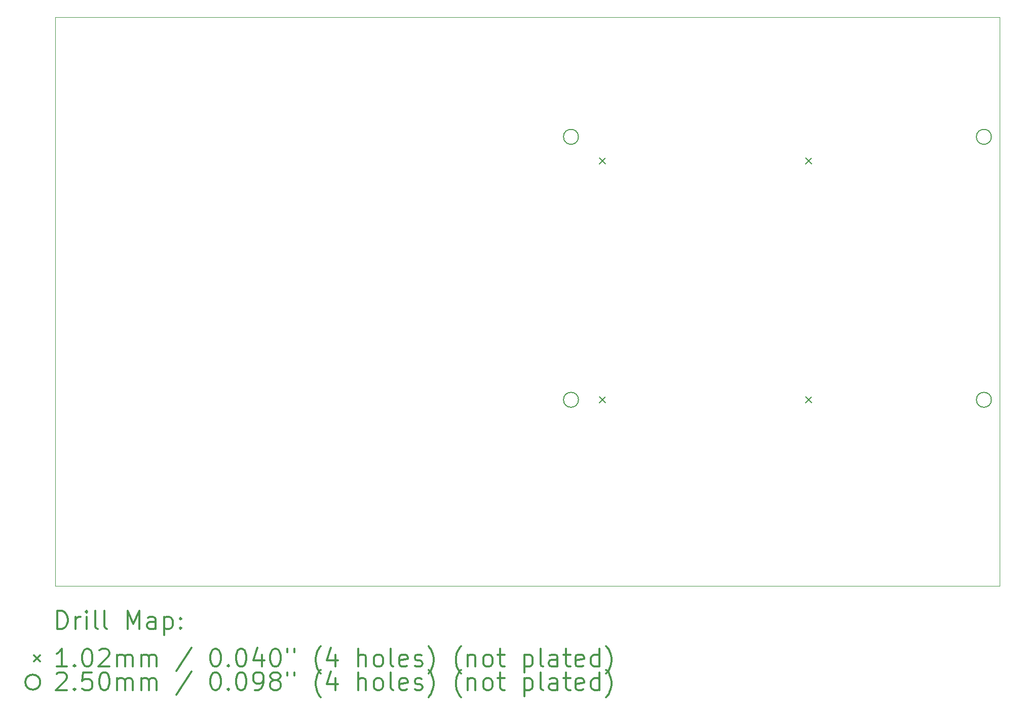
<source format=gbr>
%FSLAX45Y45*%
G04 Gerber Fmt 4.5, Leading zero omitted, Abs format (unit mm)*
G04 Created by KiCad (PCBNEW (5.1.9-0-10_14)) date 2021-07-02 21:37:09*
%MOMM*%
%LPD*%
G01*
G04 APERTURE LIST*
%TA.AperFunction,Profile*%
%ADD10C,0.050000*%
%TD*%
%ADD11C,0.200000*%
%ADD12C,0.300000*%
G04 APERTURE END LIST*
D10*
X0Y0D02*
X15780000Y0D01*
X15780000Y0D02*
X15780000Y9520000D01*
X15780000Y9520000D02*
X0Y9520000D01*
X0Y9520000D02*
X0Y0D01*
D11*
X9093790Y7165710D02*
X9195390Y7064110D01*
X9195390Y7165710D02*
X9093790Y7064110D01*
X9093790Y3165710D02*
X9195390Y3064110D01*
X9195390Y3165710D02*
X9093790Y3064110D01*
X12541590Y7165710D02*
X12643190Y7064110D01*
X12643190Y7165710D02*
X12541590Y7064110D01*
X12541590Y3165710D02*
X12643190Y3064110D01*
X12643190Y3165710D02*
X12541590Y3064110D01*
X8743490Y7518110D02*
G75*
G03*
X8743490Y7518110I-125000J0D01*
G01*
X8743490Y3118110D02*
G75*
G03*
X8743490Y3118110I-125000J0D01*
G01*
X15643490Y7518110D02*
G75*
G03*
X15643490Y7518110I-125000J0D01*
G01*
X15643490Y3118110D02*
G75*
G03*
X15643490Y3118110I-125000J0D01*
G01*
D12*
X36429Y-715714D02*
X36429Y-415714D01*
X107857Y-415714D01*
X150714Y-430000D01*
X179286Y-458571D01*
X193571Y-487143D01*
X207857Y-544286D01*
X207857Y-587143D01*
X193571Y-644286D01*
X179286Y-672857D01*
X150714Y-701428D01*
X107857Y-715714D01*
X36429Y-715714D01*
X336429Y-715714D02*
X336429Y-515714D01*
X336429Y-572857D02*
X350714Y-544286D01*
X365000Y-530000D01*
X393571Y-515714D01*
X422143Y-515714D01*
X522143Y-715714D02*
X522143Y-515714D01*
X522143Y-415714D02*
X507857Y-430000D01*
X522143Y-444286D01*
X536429Y-430000D01*
X522143Y-415714D01*
X522143Y-444286D01*
X707857Y-715714D02*
X679286Y-701428D01*
X665000Y-672857D01*
X665000Y-415714D01*
X865000Y-715714D02*
X836428Y-701428D01*
X822143Y-672857D01*
X822143Y-415714D01*
X1207857Y-715714D02*
X1207857Y-415714D01*
X1307857Y-630000D01*
X1407857Y-415714D01*
X1407857Y-715714D01*
X1679286Y-715714D02*
X1679286Y-558571D01*
X1665000Y-530000D01*
X1636428Y-515714D01*
X1579286Y-515714D01*
X1550714Y-530000D01*
X1679286Y-701428D02*
X1650714Y-715714D01*
X1579286Y-715714D01*
X1550714Y-701428D01*
X1536428Y-672857D01*
X1536428Y-644286D01*
X1550714Y-615714D01*
X1579286Y-601429D01*
X1650714Y-601429D01*
X1679286Y-587143D01*
X1822143Y-515714D02*
X1822143Y-815714D01*
X1822143Y-530000D02*
X1850714Y-515714D01*
X1907857Y-515714D01*
X1936428Y-530000D01*
X1950714Y-544286D01*
X1965000Y-572857D01*
X1965000Y-658571D01*
X1950714Y-687143D01*
X1936428Y-701428D01*
X1907857Y-715714D01*
X1850714Y-715714D01*
X1822143Y-701428D01*
X2093571Y-687143D02*
X2107857Y-701428D01*
X2093571Y-715714D01*
X2079286Y-701428D01*
X2093571Y-687143D01*
X2093571Y-715714D01*
X2093571Y-530000D02*
X2107857Y-544286D01*
X2093571Y-558571D01*
X2079286Y-544286D01*
X2093571Y-530000D01*
X2093571Y-558571D01*
X-351600Y-1159200D02*
X-250000Y-1260800D01*
X-250000Y-1159200D02*
X-351600Y-1260800D01*
X193571Y-1345714D02*
X22143Y-1345714D01*
X107857Y-1345714D02*
X107857Y-1045714D01*
X79286Y-1088571D01*
X50714Y-1117143D01*
X22143Y-1131429D01*
X322143Y-1317143D02*
X336429Y-1331429D01*
X322143Y-1345714D01*
X307857Y-1331429D01*
X322143Y-1317143D01*
X322143Y-1345714D01*
X522143Y-1045714D02*
X550714Y-1045714D01*
X579286Y-1060000D01*
X593571Y-1074286D01*
X607857Y-1102857D01*
X622143Y-1160000D01*
X622143Y-1231429D01*
X607857Y-1288571D01*
X593571Y-1317143D01*
X579286Y-1331429D01*
X550714Y-1345714D01*
X522143Y-1345714D01*
X493571Y-1331429D01*
X479286Y-1317143D01*
X465000Y-1288571D01*
X450714Y-1231429D01*
X450714Y-1160000D01*
X465000Y-1102857D01*
X479286Y-1074286D01*
X493571Y-1060000D01*
X522143Y-1045714D01*
X736428Y-1074286D02*
X750714Y-1060000D01*
X779286Y-1045714D01*
X850714Y-1045714D01*
X879286Y-1060000D01*
X893571Y-1074286D01*
X907857Y-1102857D01*
X907857Y-1131429D01*
X893571Y-1174286D01*
X722143Y-1345714D01*
X907857Y-1345714D01*
X1036428Y-1345714D02*
X1036428Y-1145714D01*
X1036428Y-1174286D02*
X1050714Y-1160000D01*
X1079286Y-1145714D01*
X1122143Y-1145714D01*
X1150714Y-1160000D01*
X1165000Y-1188571D01*
X1165000Y-1345714D01*
X1165000Y-1188571D02*
X1179286Y-1160000D01*
X1207857Y-1145714D01*
X1250714Y-1145714D01*
X1279286Y-1160000D01*
X1293571Y-1188571D01*
X1293571Y-1345714D01*
X1436428Y-1345714D02*
X1436428Y-1145714D01*
X1436428Y-1174286D02*
X1450714Y-1160000D01*
X1479286Y-1145714D01*
X1522143Y-1145714D01*
X1550714Y-1160000D01*
X1565000Y-1188571D01*
X1565000Y-1345714D01*
X1565000Y-1188571D02*
X1579286Y-1160000D01*
X1607857Y-1145714D01*
X1650714Y-1145714D01*
X1679286Y-1160000D01*
X1693571Y-1188571D01*
X1693571Y-1345714D01*
X2279286Y-1031428D02*
X2022143Y-1417143D01*
X2665000Y-1045714D02*
X2693571Y-1045714D01*
X2722143Y-1060000D01*
X2736429Y-1074286D01*
X2750714Y-1102857D01*
X2765000Y-1160000D01*
X2765000Y-1231429D01*
X2750714Y-1288571D01*
X2736429Y-1317143D01*
X2722143Y-1331429D01*
X2693571Y-1345714D01*
X2665000Y-1345714D01*
X2636429Y-1331429D01*
X2622143Y-1317143D01*
X2607857Y-1288571D01*
X2593571Y-1231429D01*
X2593571Y-1160000D01*
X2607857Y-1102857D01*
X2622143Y-1074286D01*
X2636429Y-1060000D01*
X2665000Y-1045714D01*
X2893571Y-1317143D02*
X2907857Y-1331429D01*
X2893571Y-1345714D01*
X2879286Y-1331429D01*
X2893571Y-1317143D01*
X2893571Y-1345714D01*
X3093571Y-1045714D02*
X3122143Y-1045714D01*
X3150714Y-1060000D01*
X3165000Y-1074286D01*
X3179286Y-1102857D01*
X3193571Y-1160000D01*
X3193571Y-1231429D01*
X3179286Y-1288571D01*
X3165000Y-1317143D01*
X3150714Y-1331429D01*
X3122143Y-1345714D01*
X3093571Y-1345714D01*
X3065000Y-1331429D01*
X3050714Y-1317143D01*
X3036428Y-1288571D01*
X3022143Y-1231429D01*
X3022143Y-1160000D01*
X3036428Y-1102857D01*
X3050714Y-1074286D01*
X3065000Y-1060000D01*
X3093571Y-1045714D01*
X3450714Y-1145714D02*
X3450714Y-1345714D01*
X3379286Y-1031428D02*
X3307857Y-1245714D01*
X3493571Y-1245714D01*
X3665000Y-1045714D02*
X3693571Y-1045714D01*
X3722143Y-1060000D01*
X3736428Y-1074286D01*
X3750714Y-1102857D01*
X3765000Y-1160000D01*
X3765000Y-1231429D01*
X3750714Y-1288571D01*
X3736428Y-1317143D01*
X3722143Y-1331429D01*
X3693571Y-1345714D01*
X3665000Y-1345714D01*
X3636428Y-1331429D01*
X3622143Y-1317143D01*
X3607857Y-1288571D01*
X3593571Y-1231429D01*
X3593571Y-1160000D01*
X3607857Y-1102857D01*
X3622143Y-1074286D01*
X3636428Y-1060000D01*
X3665000Y-1045714D01*
X3879286Y-1045714D02*
X3879286Y-1102857D01*
X3993571Y-1045714D02*
X3993571Y-1102857D01*
X4436429Y-1460000D02*
X4422143Y-1445714D01*
X4393571Y-1402857D01*
X4379286Y-1374286D01*
X4365000Y-1331429D01*
X4350714Y-1260000D01*
X4350714Y-1202857D01*
X4365000Y-1131429D01*
X4379286Y-1088571D01*
X4393571Y-1060000D01*
X4422143Y-1017143D01*
X4436429Y-1002857D01*
X4679286Y-1145714D02*
X4679286Y-1345714D01*
X4607857Y-1031428D02*
X4536429Y-1245714D01*
X4722143Y-1245714D01*
X5065000Y-1345714D02*
X5065000Y-1045714D01*
X5193571Y-1345714D02*
X5193571Y-1188571D01*
X5179286Y-1160000D01*
X5150714Y-1145714D01*
X5107857Y-1145714D01*
X5079286Y-1160000D01*
X5065000Y-1174286D01*
X5379286Y-1345714D02*
X5350714Y-1331429D01*
X5336429Y-1317143D01*
X5322143Y-1288571D01*
X5322143Y-1202857D01*
X5336429Y-1174286D01*
X5350714Y-1160000D01*
X5379286Y-1145714D01*
X5422143Y-1145714D01*
X5450714Y-1160000D01*
X5465000Y-1174286D01*
X5479286Y-1202857D01*
X5479286Y-1288571D01*
X5465000Y-1317143D01*
X5450714Y-1331429D01*
X5422143Y-1345714D01*
X5379286Y-1345714D01*
X5650714Y-1345714D02*
X5622143Y-1331429D01*
X5607857Y-1302857D01*
X5607857Y-1045714D01*
X5879286Y-1331429D02*
X5850714Y-1345714D01*
X5793571Y-1345714D01*
X5765000Y-1331429D01*
X5750714Y-1302857D01*
X5750714Y-1188571D01*
X5765000Y-1160000D01*
X5793571Y-1145714D01*
X5850714Y-1145714D01*
X5879286Y-1160000D01*
X5893571Y-1188571D01*
X5893571Y-1217143D01*
X5750714Y-1245714D01*
X6007857Y-1331429D02*
X6036428Y-1345714D01*
X6093571Y-1345714D01*
X6122143Y-1331429D01*
X6136428Y-1302857D01*
X6136428Y-1288571D01*
X6122143Y-1260000D01*
X6093571Y-1245714D01*
X6050714Y-1245714D01*
X6022143Y-1231429D01*
X6007857Y-1202857D01*
X6007857Y-1188571D01*
X6022143Y-1160000D01*
X6050714Y-1145714D01*
X6093571Y-1145714D01*
X6122143Y-1160000D01*
X6236428Y-1460000D02*
X6250714Y-1445714D01*
X6279286Y-1402857D01*
X6293571Y-1374286D01*
X6307857Y-1331429D01*
X6322143Y-1260000D01*
X6322143Y-1202857D01*
X6307857Y-1131429D01*
X6293571Y-1088571D01*
X6279286Y-1060000D01*
X6250714Y-1017143D01*
X6236428Y-1002857D01*
X6779286Y-1460000D02*
X6765000Y-1445714D01*
X6736428Y-1402857D01*
X6722143Y-1374286D01*
X6707857Y-1331429D01*
X6693571Y-1260000D01*
X6693571Y-1202857D01*
X6707857Y-1131429D01*
X6722143Y-1088571D01*
X6736428Y-1060000D01*
X6765000Y-1017143D01*
X6779286Y-1002857D01*
X6893571Y-1145714D02*
X6893571Y-1345714D01*
X6893571Y-1174286D02*
X6907857Y-1160000D01*
X6936428Y-1145714D01*
X6979286Y-1145714D01*
X7007857Y-1160000D01*
X7022143Y-1188571D01*
X7022143Y-1345714D01*
X7207857Y-1345714D02*
X7179286Y-1331429D01*
X7165000Y-1317143D01*
X7150714Y-1288571D01*
X7150714Y-1202857D01*
X7165000Y-1174286D01*
X7179286Y-1160000D01*
X7207857Y-1145714D01*
X7250714Y-1145714D01*
X7279286Y-1160000D01*
X7293571Y-1174286D01*
X7307857Y-1202857D01*
X7307857Y-1288571D01*
X7293571Y-1317143D01*
X7279286Y-1331429D01*
X7250714Y-1345714D01*
X7207857Y-1345714D01*
X7393571Y-1145714D02*
X7507857Y-1145714D01*
X7436428Y-1045714D02*
X7436428Y-1302857D01*
X7450714Y-1331429D01*
X7479286Y-1345714D01*
X7507857Y-1345714D01*
X7836428Y-1145714D02*
X7836428Y-1445714D01*
X7836428Y-1160000D02*
X7865000Y-1145714D01*
X7922143Y-1145714D01*
X7950714Y-1160000D01*
X7965000Y-1174286D01*
X7979286Y-1202857D01*
X7979286Y-1288571D01*
X7965000Y-1317143D01*
X7950714Y-1331429D01*
X7922143Y-1345714D01*
X7865000Y-1345714D01*
X7836428Y-1331429D01*
X8150714Y-1345714D02*
X8122143Y-1331429D01*
X8107857Y-1302857D01*
X8107857Y-1045714D01*
X8393571Y-1345714D02*
X8393571Y-1188571D01*
X8379286Y-1160000D01*
X8350714Y-1145714D01*
X8293571Y-1145714D01*
X8265000Y-1160000D01*
X8393571Y-1331429D02*
X8365000Y-1345714D01*
X8293571Y-1345714D01*
X8265000Y-1331429D01*
X8250714Y-1302857D01*
X8250714Y-1274286D01*
X8265000Y-1245714D01*
X8293571Y-1231429D01*
X8365000Y-1231429D01*
X8393571Y-1217143D01*
X8493571Y-1145714D02*
X8607857Y-1145714D01*
X8536429Y-1045714D02*
X8536429Y-1302857D01*
X8550714Y-1331429D01*
X8579286Y-1345714D01*
X8607857Y-1345714D01*
X8822143Y-1331429D02*
X8793571Y-1345714D01*
X8736429Y-1345714D01*
X8707857Y-1331429D01*
X8693571Y-1302857D01*
X8693571Y-1188571D01*
X8707857Y-1160000D01*
X8736429Y-1145714D01*
X8793571Y-1145714D01*
X8822143Y-1160000D01*
X8836429Y-1188571D01*
X8836429Y-1217143D01*
X8693571Y-1245714D01*
X9093571Y-1345714D02*
X9093571Y-1045714D01*
X9093571Y-1331429D02*
X9065000Y-1345714D01*
X9007857Y-1345714D01*
X8979286Y-1331429D01*
X8965000Y-1317143D01*
X8950714Y-1288571D01*
X8950714Y-1202857D01*
X8965000Y-1174286D01*
X8979286Y-1160000D01*
X9007857Y-1145714D01*
X9065000Y-1145714D01*
X9093571Y-1160000D01*
X9207857Y-1460000D02*
X9222143Y-1445714D01*
X9250714Y-1402857D01*
X9265000Y-1374286D01*
X9279286Y-1331429D01*
X9293571Y-1260000D01*
X9293571Y-1202857D01*
X9279286Y-1131429D01*
X9265000Y-1088571D01*
X9250714Y-1060000D01*
X9222143Y-1017143D01*
X9207857Y-1002857D01*
X-250000Y-1606000D02*
G75*
G03*
X-250000Y-1606000I-125000J0D01*
G01*
X22143Y-1470286D02*
X36429Y-1456000D01*
X65000Y-1441714D01*
X136429Y-1441714D01*
X165000Y-1456000D01*
X179286Y-1470286D01*
X193571Y-1498857D01*
X193571Y-1527428D01*
X179286Y-1570286D01*
X7857Y-1741714D01*
X193571Y-1741714D01*
X322143Y-1713143D02*
X336429Y-1727428D01*
X322143Y-1741714D01*
X307857Y-1727428D01*
X322143Y-1713143D01*
X322143Y-1741714D01*
X607857Y-1441714D02*
X465000Y-1441714D01*
X450714Y-1584571D01*
X465000Y-1570286D01*
X493571Y-1556000D01*
X565000Y-1556000D01*
X593571Y-1570286D01*
X607857Y-1584571D01*
X622143Y-1613143D01*
X622143Y-1684571D01*
X607857Y-1713143D01*
X593571Y-1727428D01*
X565000Y-1741714D01*
X493571Y-1741714D01*
X465000Y-1727428D01*
X450714Y-1713143D01*
X807857Y-1441714D02*
X836428Y-1441714D01*
X865000Y-1456000D01*
X879286Y-1470286D01*
X893571Y-1498857D01*
X907857Y-1556000D01*
X907857Y-1627428D01*
X893571Y-1684571D01*
X879286Y-1713143D01*
X865000Y-1727428D01*
X836428Y-1741714D01*
X807857Y-1741714D01*
X779286Y-1727428D01*
X765000Y-1713143D01*
X750714Y-1684571D01*
X736428Y-1627428D01*
X736428Y-1556000D01*
X750714Y-1498857D01*
X765000Y-1470286D01*
X779286Y-1456000D01*
X807857Y-1441714D01*
X1036428Y-1741714D02*
X1036428Y-1541714D01*
X1036428Y-1570286D02*
X1050714Y-1556000D01*
X1079286Y-1541714D01*
X1122143Y-1541714D01*
X1150714Y-1556000D01*
X1165000Y-1584571D01*
X1165000Y-1741714D01*
X1165000Y-1584571D02*
X1179286Y-1556000D01*
X1207857Y-1541714D01*
X1250714Y-1541714D01*
X1279286Y-1556000D01*
X1293571Y-1584571D01*
X1293571Y-1741714D01*
X1436428Y-1741714D02*
X1436428Y-1541714D01*
X1436428Y-1570286D02*
X1450714Y-1556000D01*
X1479286Y-1541714D01*
X1522143Y-1541714D01*
X1550714Y-1556000D01*
X1565000Y-1584571D01*
X1565000Y-1741714D01*
X1565000Y-1584571D02*
X1579286Y-1556000D01*
X1607857Y-1541714D01*
X1650714Y-1541714D01*
X1679286Y-1556000D01*
X1693571Y-1584571D01*
X1693571Y-1741714D01*
X2279286Y-1427428D02*
X2022143Y-1813143D01*
X2665000Y-1441714D02*
X2693571Y-1441714D01*
X2722143Y-1456000D01*
X2736429Y-1470286D01*
X2750714Y-1498857D01*
X2765000Y-1556000D01*
X2765000Y-1627428D01*
X2750714Y-1684571D01*
X2736429Y-1713143D01*
X2722143Y-1727428D01*
X2693571Y-1741714D01*
X2665000Y-1741714D01*
X2636429Y-1727428D01*
X2622143Y-1713143D01*
X2607857Y-1684571D01*
X2593571Y-1627428D01*
X2593571Y-1556000D01*
X2607857Y-1498857D01*
X2622143Y-1470286D01*
X2636429Y-1456000D01*
X2665000Y-1441714D01*
X2893571Y-1713143D02*
X2907857Y-1727428D01*
X2893571Y-1741714D01*
X2879286Y-1727428D01*
X2893571Y-1713143D01*
X2893571Y-1741714D01*
X3093571Y-1441714D02*
X3122143Y-1441714D01*
X3150714Y-1456000D01*
X3165000Y-1470286D01*
X3179286Y-1498857D01*
X3193571Y-1556000D01*
X3193571Y-1627428D01*
X3179286Y-1684571D01*
X3165000Y-1713143D01*
X3150714Y-1727428D01*
X3122143Y-1741714D01*
X3093571Y-1741714D01*
X3065000Y-1727428D01*
X3050714Y-1713143D01*
X3036428Y-1684571D01*
X3022143Y-1627428D01*
X3022143Y-1556000D01*
X3036428Y-1498857D01*
X3050714Y-1470286D01*
X3065000Y-1456000D01*
X3093571Y-1441714D01*
X3336428Y-1741714D02*
X3393571Y-1741714D01*
X3422143Y-1727428D01*
X3436428Y-1713143D01*
X3465000Y-1670286D01*
X3479286Y-1613143D01*
X3479286Y-1498857D01*
X3465000Y-1470286D01*
X3450714Y-1456000D01*
X3422143Y-1441714D01*
X3365000Y-1441714D01*
X3336428Y-1456000D01*
X3322143Y-1470286D01*
X3307857Y-1498857D01*
X3307857Y-1570286D01*
X3322143Y-1598857D01*
X3336428Y-1613143D01*
X3365000Y-1627428D01*
X3422143Y-1627428D01*
X3450714Y-1613143D01*
X3465000Y-1598857D01*
X3479286Y-1570286D01*
X3650714Y-1570286D02*
X3622143Y-1556000D01*
X3607857Y-1541714D01*
X3593571Y-1513143D01*
X3593571Y-1498857D01*
X3607857Y-1470286D01*
X3622143Y-1456000D01*
X3650714Y-1441714D01*
X3707857Y-1441714D01*
X3736428Y-1456000D01*
X3750714Y-1470286D01*
X3765000Y-1498857D01*
X3765000Y-1513143D01*
X3750714Y-1541714D01*
X3736428Y-1556000D01*
X3707857Y-1570286D01*
X3650714Y-1570286D01*
X3622143Y-1584571D01*
X3607857Y-1598857D01*
X3593571Y-1627428D01*
X3593571Y-1684571D01*
X3607857Y-1713143D01*
X3622143Y-1727428D01*
X3650714Y-1741714D01*
X3707857Y-1741714D01*
X3736428Y-1727428D01*
X3750714Y-1713143D01*
X3765000Y-1684571D01*
X3765000Y-1627428D01*
X3750714Y-1598857D01*
X3736428Y-1584571D01*
X3707857Y-1570286D01*
X3879286Y-1441714D02*
X3879286Y-1498857D01*
X3993571Y-1441714D02*
X3993571Y-1498857D01*
X4436429Y-1856000D02*
X4422143Y-1841714D01*
X4393571Y-1798857D01*
X4379286Y-1770286D01*
X4365000Y-1727428D01*
X4350714Y-1656000D01*
X4350714Y-1598857D01*
X4365000Y-1527428D01*
X4379286Y-1484571D01*
X4393571Y-1456000D01*
X4422143Y-1413143D01*
X4436429Y-1398857D01*
X4679286Y-1541714D02*
X4679286Y-1741714D01*
X4607857Y-1427428D02*
X4536429Y-1641714D01*
X4722143Y-1641714D01*
X5065000Y-1741714D02*
X5065000Y-1441714D01*
X5193571Y-1741714D02*
X5193571Y-1584571D01*
X5179286Y-1556000D01*
X5150714Y-1541714D01*
X5107857Y-1541714D01*
X5079286Y-1556000D01*
X5065000Y-1570286D01*
X5379286Y-1741714D02*
X5350714Y-1727428D01*
X5336429Y-1713143D01*
X5322143Y-1684571D01*
X5322143Y-1598857D01*
X5336429Y-1570286D01*
X5350714Y-1556000D01*
X5379286Y-1541714D01*
X5422143Y-1541714D01*
X5450714Y-1556000D01*
X5465000Y-1570286D01*
X5479286Y-1598857D01*
X5479286Y-1684571D01*
X5465000Y-1713143D01*
X5450714Y-1727428D01*
X5422143Y-1741714D01*
X5379286Y-1741714D01*
X5650714Y-1741714D02*
X5622143Y-1727428D01*
X5607857Y-1698857D01*
X5607857Y-1441714D01*
X5879286Y-1727428D02*
X5850714Y-1741714D01*
X5793571Y-1741714D01*
X5765000Y-1727428D01*
X5750714Y-1698857D01*
X5750714Y-1584571D01*
X5765000Y-1556000D01*
X5793571Y-1541714D01*
X5850714Y-1541714D01*
X5879286Y-1556000D01*
X5893571Y-1584571D01*
X5893571Y-1613143D01*
X5750714Y-1641714D01*
X6007857Y-1727428D02*
X6036428Y-1741714D01*
X6093571Y-1741714D01*
X6122143Y-1727428D01*
X6136428Y-1698857D01*
X6136428Y-1684571D01*
X6122143Y-1656000D01*
X6093571Y-1641714D01*
X6050714Y-1641714D01*
X6022143Y-1627428D01*
X6007857Y-1598857D01*
X6007857Y-1584571D01*
X6022143Y-1556000D01*
X6050714Y-1541714D01*
X6093571Y-1541714D01*
X6122143Y-1556000D01*
X6236428Y-1856000D02*
X6250714Y-1841714D01*
X6279286Y-1798857D01*
X6293571Y-1770286D01*
X6307857Y-1727428D01*
X6322143Y-1656000D01*
X6322143Y-1598857D01*
X6307857Y-1527428D01*
X6293571Y-1484571D01*
X6279286Y-1456000D01*
X6250714Y-1413143D01*
X6236428Y-1398857D01*
X6779286Y-1856000D02*
X6765000Y-1841714D01*
X6736428Y-1798857D01*
X6722143Y-1770286D01*
X6707857Y-1727428D01*
X6693571Y-1656000D01*
X6693571Y-1598857D01*
X6707857Y-1527428D01*
X6722143Y-1484571D01*
X6736428Y-1456000D01*
X6765000Y-1413143D01*
X6779286Y-1398857D01*
X6893571Y-1541714D02*
X6893571Y-1741714D01*
X6893571Y-1570286D02*
X6907857Y-1556000D01*
X6936428Y-1541714D01*
X6979286Y-1541714D01*
X7007857Y-1556000D01*
X7022143Y-1584571D01*
X7022143Y-1741714D01*
X7207857Y-1741714D02*
X7179286Y-1727428D01*
X7165000Y-1713143D01*
X7150714Y-1684571D01*
X7150714Y-1598857D01*
X7165000Y-1570286D01*
X7179286Y-1556000D01*
X7207857Y-1541714D01*
X7250714Y-1541714D01*
X7279286Y-1556000D01*
X7293571Y-1570286D01*
X7307857Y-1598857D01*
X7307857Y-1684571D01*
X7293571Y-1713143D01*
X7279286Y-1727428D01*
X7250714Y-1741714D01*
X7207857Y-1741714D01*
X7393571Y-1541714D02*
X7507857Y-1541714D01*
X7436428Y-1441714D02*
X7436428Y-1698857D01*
X7450714Y-1727428D01*
X7479286Y-1741714D01*
X7507857Y-1741714D01*
X7836428Y-1541714D02*
X7836428Y-1841714D01*
X7836428Y-1556000D02*
X7865000Y-1541714D01*
X7922143Y-1541714D01*
X7950714Y-1556000D01*
X7965000Y-1570286D01*
X7979286Y-1598857D01*
X7979286Y-1684571D01*
X7965000Y-1713143D01*
X7950714Y-1727428D01*
X7922143Y-1741714D01*
X7865000Y-1741714D01*
X7836428Y-1727428D01*
X8150714Y-1741714D02*
X8122143Y-1727428D01*
X8107857Y-1698857D01*
X8107857Y-1441714D01*
X8393571Y-1741714D02*
X8393571Y-1584571D01*
X8379286Y-1556000D01*
X8350714Y-1541714D01*
X8293571Y-1541714D01*
X8265000Y-1556000D01*
X8393571Y-1727428D02*
X8365000Y-1741714D01*
X8293571Y-1741714D01*
X8265000Y-1727428D01*
X8250714Y-1698857D01*
X8250714Y-1670286D01*
X8265000Y-1641714D01*
X8293571Y-1627428D01*
X8365000Y-1627428D01*
X8393571Y-1613143D01*
X8493571Y-1541714D02*
X8607857Y-1541714D01*
X8536429Y-1441714D02*
X8536429Y-1698857D01*
X8550714Y-1727428D01*
X8579286Y-1741714D01*
X8607857Y-1741714D01*
X8822143Y-1727428D02*
X8793571Y-1741714D01*
X8736429Y-1741714D01*
X8707857Y-1727428D01*
X8693571Y-1698857D01*
X8693571Y-1584571D01*
X8707857Y-1556000D01*
X8736429Y-1541714D01*
X8793571Y-1541714D01*
X8822143Y-1556000D01*
X8836429Y-1584571D01*
X8836429Y-1613143D01*
X8693571Y-1641714D01*
X9093571Y-1741714D02*
X9093571Y-1441714D01*
X9093571Y-1727428D02*
X9065000Y-1741714D01*
X9007857Y-1741714D01*
X8979286Y-1727428D01*
X8965000Y-1713143D01*
X8950714Y-1684571D01*
X8950714Y-1598857D01*
X8965000Y-1570286D01*
X8979286Y-1556000D01*
X9007857Y-1541714D01*
X9065000Y-1541714D01*
X9093571Y-1556000D01*
X9207857Y-1856000D02*
X9222143Y-1841714D01*
X9250714Y-1798857D01*
X9265000Y-1770286D01*
X9279286Y-1727428D01*
X9293571Y-1656000D01*
X9293571Y-1598857D01*
X9279286Y-1527428D01*
X9265000Y-1484571D01*
X9250714Y-1456000D01*
X9222143Y-1413143D01*
X9207857Y-1398857D01*
M02*

</source>
